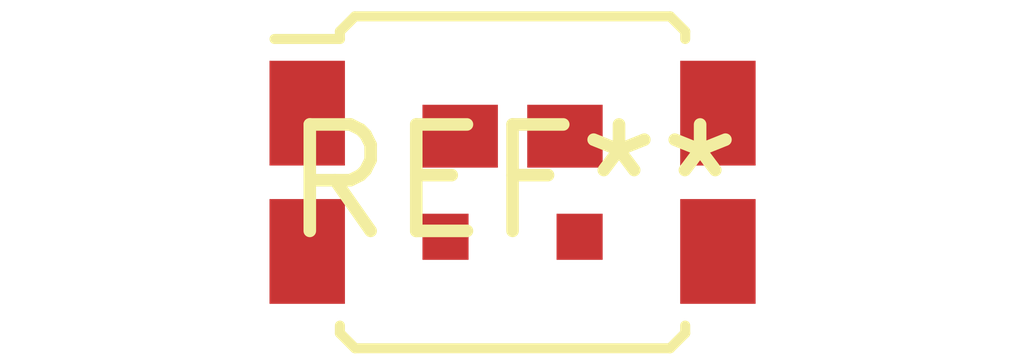
<source format=kicad_pcb>
(kicad_pcb (version 20240108) (generator pcbnew)
  (layers (0 "F.Cu" signal) (31 "B.Cu" signal) (34 "B.Paste" user) (35 "F.Paste" user) (36 "B.SilkS" user "B.Silkscreen") (37 "F.SilkS" user "F.Silkscreen") (38 "B.Mask" user) (39 "F.Mask" user) (44 "Edge.Cuts" user))
  (net 0 "")
  (footprint "DirectFET_SA" (layer "F.Cu") (at 0 0)
    (property "Reference" "REF**")
    (property "Value" "DirectFET_SA")
    (fp_line (start -2.84 -1.71) (end -2.06 -1.71) (layer "F.SilkS") (stroke (width 0.12)))
    (fp_line (start -2.06 -1.8) (end -1.88 -1.98) (layer "F.SilkS") (stroke (width 0.12)))
    (fp_line (start -2.06 -1.71) (end -2.06 -1.8) (layer "F.SilkS") (stroke (width 0.12)))
    (fp_line (start -2.06 1.71) (end -2.06 1.8) (layer "F.SilkS") (stroke (width 0.12)))
    (fp_line (start -2.06 1.8) (end -1.88 1.98) (layer "F.SilkS") (stroke (width 0.12)))
    (fp_line (start -1.88 -1.98) (end 1.88 -1.98) (layer "F.SilkS") (stroke (width 0.12)))
    (fp_line (start -1.88 1.98) (end 1.88 1.98) (layer "F.SilkS") (stroke (width 0.12)))
    (fp_line (start 2.06 -1.8) (end 1.88 -1.98) (layer "F.SilkS") (stroke (width 0.12)))
    (fp_line (start 2.06 -1.71) (end 2.06 -1.8) (layer "F.SilkS") (stroke (width 0.12)))
    (fp_line (start 2.06 1.71) (end 2.06 1.8) (layer "F.SilkS") (stroke (width 0.12)))
    (fp_line (start 2.06 1.8) (end 1.88 1.98) (layer "F.SilkS") (stroke (width 0.12)))
    (pad "1" smd rect (at -2.45 -0.825) (size 0.9 1.25) (layers "F.Cu" "F.Paste" "F.Mask"))
    (pad "1" smd rect (at -2.45 0.825) (size 0.9 1.25) (layers "F.Cu" "F.Paste" "F.Mask"))
    (pad "1" smd rect (at 2.45 -0.825) (size 0.9 1.25) (layers "F.Cu" "F.Paste" "F.Mask"))
    (pad "1" smd rect (at 2.45 0.825) (size 0.9 1.25) (layers "F.Cu" "F.Paste" "F.Mask"))
    (pad "2" smd rect (at -0.8 0.65) (size 0.55 0.55) (layers "F.Cu" "F.Paste" "F.Mask"))
    (pad "2" smd rect (at 0.8 0.65) (size 0.55 0.55) (layers "F.Cu" "F.Paste" "F.Mask"))
    (pad "3" smd rect (at -0.625 -0.55) (size 0.9 0.75) (layers "F.Cu" "F.Paste" "F.Mask"))
    (pad "3" smd rect (at 0.625 -0.55) (size 0.9 0.75) (layers "F.Cu" "F.Paste" "F.Mask"))
  )
)
</source>
